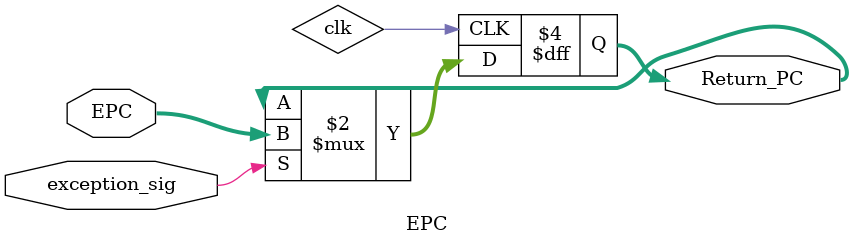
<source format=v>
module EPC(
  input wire exception_sig,
  input wire [31:0] EPC,
  output reg [31:0] Return_PC
  
);

  always @(posedge clk) begin
    if (exception_sig) begin
      Return_PC <= EPC;
    end
  end
  

endmodule

</source>
